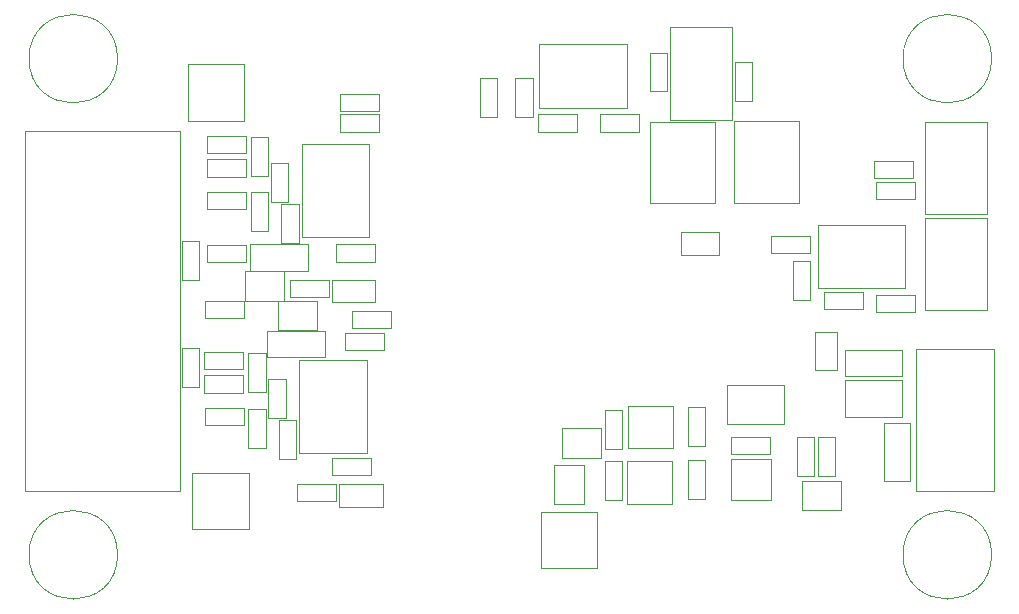
<source format=gbr>
G04 #@! TF.GenerationSoftware,KiCad,Pcbnew,(5.1.5-0)*
G04 #@! TF.CreationDate,2021-11-01T14:26:59-06:00*
G04 #@! TF.ProjectId,2ch-ads,3263682d-6164-4732-9e6b-696361645f70,rev?*
G04 #@! TF.SameCoordinates,Original*
G04 #@! TF.FileFunction,Other,User*
%FSLAX46Y46*%
G04 Gerber Fmt 4.6, Leading zero omitted, Abs format (unit mm)*
G04 Created by KiCad (PCBNEW (5.1.5-0)) date 2021-11-01 14:26:59*
%MOMM*%
%LPD*%
G04 APERTURE LIST*
%ADD10C,0.050000*%
G04 APERTURE END LIST*
D10*
X119590000Y-82000000D02*
X122890000Y-82000000D01*
X119590000Y-83460000D02*
X119590000Y-82000000D01*
X122890000Y-83460000D02*
X119590000Y-83460000D01*
X122890000Y-82000000D02*
X122890000Y-83460000D01*
X111987500Y-94730000D02*
X116887500Y-94730000D01*
X111987500Y-96970000D02*
X111987500Y-94730000D01*
X116887500Y-96970000D02*
X111987500Y-96970000D01*
X116887500Y-94730000D02*
X116887500Y-96970000D01*
X107680000Y-94400000D02*
X107680000Y-97700000D01*
X106220000Y-94400000D02*
X107680000Y-94400000D01*
X106220000Y-97700000D02*
X106220000Y-94400000D01*
X107680000Y-97700000D02*
X106220000Y-97700000D01*
X120575000Y-100320000D02*
X123875000Y-100320000D01*
X120575000Y-101780000D02*
X120575000Y-100320000D01*
X123875000Y-101780000D02*
X120575000Y-101780000D01*
X123875000Y-100320000D02*
X123875000Y-101780000D01*
X113412500Y-102030000D02*
X118312500Y-102030000D01*
X113412500Y-104270000D02*
X113412500Y-102030000D01*
X118312500Y-104270000D02*
X113412500Y-104270000D01*
X118312500Y-102030000D02*
X118312500Y-104270000D01*
X107680000Y-103500000D02*
X107680000Y-106800000D01*
X106220000Y-103500000D02*
X107680000Y-103500000D01*
X106220000Y-106800000D02*
X106220000Y-103500000D01*
X107680000Y-106800000D02*
X106220000Y-106800000D01*
X114800000Y-99500000D02*
X111500000Y-99500000D01*
X114800000Y-99500000D02*
X114800000Y-97000000D01*
X111500000Y-97000000D02*
X111500000Y-99500000D01*
X111500000Y-97000000D02*
X114800000Y-97000000D01*
X117650000Y-102000000D02*
X114350000Y-102000000D01*
X117650000Y-102000000D02*
X117650000Y-99500000D01*
X114350000Y-99500000D02*
X114350000Y-102000000D01*
X114350000Y-99500000D02*
X117650000Y-99500000D01*
X119575000Y-83720000D02*
X122875000Y-83720000D01*
X119575000Y-85180000D02*
X119575000Y-83720000D01*
X122875000Y-85180000D02*
X119575000Y-85180000D01*
X122875000Y-83720000D02*
X122875000Y-85180000D01*
X119975000Y-102220000D02*
X123275000Y-102220000D01*
X119975000Y-103680000D02*
X119975000Y-102220000D01*
X123275000Y-103680000D02*
X119975000Y-103680000D01*
X123275000Y-102220000D02*
X123275000Y-103680000D01*
X108125000Y-99520000D02*
X111425000Y-99520000D01*
X108125000Y-100980000D02*
X108125000Y-99520000D01*
X111425000Y-100980000D02*
X108125000Y-100980000D01*
X111425000Y-99520000D02*
X111425000Y-100980000D01*
X136450000Y-83150000D02*
X143850000Y-83150000D01*
X136450000Y-77750000D02*
X136450000Y-83150000D01*
X143850000Y-77750000D02*
X136450000Y-77750000D01*
X143850000Y-83150000D02*
X143850000Y-77750000D01*
X135880000Y-80675000D02*
X135880000Y-83975000D01*
X134420000Y-80675000D02*
X135880000Y-80675000D01*
X134420000Y-83975000D02*
X134420000Y-80675000D01*
X135880000Y-83975000D02*
X134420000Y-83975000D01*
X132880000Y-80675000D02*
X132880000Y-83975000D01*
X131420000Y-80675000D02*
X132880000Y-80675000D01*
X131420000Y-83975000D02*
X131420000Y-80675000D01*
X132880000Y-83975000D02*
X131420000Y-83975000D01*
X154480000Y-79275000D02*
X154480000Y-82575000D01*
X153020000Y-79275000D02*
X154480000Y-79275000D01*
X153020000Y-82575000D02*
X153020000Y-79275000D01*
X154480000Y-82575000D02*
X153020000Y-82575000D01*
X147280000Y-78475000D02*
X147280000Y-81775000D01*
X145820000Y-78475000D02*
X147280000Y-78475000D01*
X145820000Y-81775000D02*
X145820000Y-78475000D01*
X147280000Y-81775000D02*
X145820000Y-81775000D01*
X152750000Y-84150000D02*
X152750000Y-76350000D01*
X147550000Y-84150000D02*
X152750000Y-84150000D01*
X147550000Y-76350000D02*
X147550000Y-84150000D01*
X152750000Y-76350000D02*
X147550000Y-76350000D01*
X116350000Y-86200000D02*
X116350000Y-94100000D01*
X122050000Y-86200000D02*
X122050000Y-94100000D01*
X122050000Y-94100000D02*
X116350000Y-94100000D01*
X122050000Y-86200000D02*
X116350000Y-86200000D01*
X116150000Y-104500000D02*
X116150000Y-112400000D01*
X121850000Y-104500000D02*
X121850000Y-112400000D01*
X121850000Y-112400000D02*
X116150000Y-112400000D01*
X121850000Y-104500000D02*
X116150000Y-104500000D01*
X136375000Y-83720000D02*
X139675000Y-83720000D01*
X136375000Y-85180000D02*
X136375000Y-83720000D01*
X139675000Y-85180000D02*
X136375000Y-85180000D01*
X139675000Y-83720000D02*
X139675000Y-85180000D01*
X144925000Y-85180000D02*
X141625000Y-85180000D01*
X144925000Y-83720000D02*
X144925000Y-85180000D01*
X141625000Y-83720000D02*
X144925000Y-83720000D01*
X141625000Y-85180000D02*
X141625000Y-83720000D01*
X118650000Y-99180000D02*
X115350000Y-99180000D01*
X118650000Y-97720000D02*
X118650000Y-99180000D01*
X115350000Y-97720000D02*
X118650000Y-97720000D01*
X115350000Y-99180000D02*
X115350000Y-97720000D01*
X122575000Y-96180000D02*
X119275000Y-96180000D01*
X122575000Y-94720000D02*
X122575000Y-96180000D01*
X119275000Y-94720000D02*
X122575000Y-94720000D01*
X119275000Y-96180000D02*
X119275000Y-94720000D01*
X116080000Y-91325000D02*
X116080000Y-94625000D01*
X114620000Y-91325000D02*
X116080000Y-91325000D01*
X114620000Y-94625000D02*
X114620000Y-91325000D01*
X116080000Y-94625000D02*
X114620000Y-94625000D01*
X113720000Y-91125000D02*
X113720000Y-87825000D01*
X115180000Y-91125000D02*
X113720000Y-91125000D01*
X115180000Y-87825000D02*
X115180000Y-91125000D01*
X113720000Y-87825000D02*
X115180000Y-87825000D01*
X112020000Y-93625000D02*
X112020000Y-90325000D01*
X113480000Y-93625000D02*
X112020000Y-93625000D01*
X113480000Y-90325000D02*
X113480000Y-93625000D01*
X112020000Y-90325000D02*
X113480000Y-90325000D01*
X112020000Y-88925000D02*
X112020000Y-85625000D01*
X113480000Y-88925000D02*
X112020000Y-88925000D01*
X113480000Y-85625000D02*
X113480000Y-88925000D01*
X112020000Y-85625000D02*
X113480000Y-85625000D01*
X119225000Y-116480000D02*
X115925000Y-116480000D01*
X119225000Y-115020000D02*
X119225000Y-116480000D01*
X115925000Y-115020000D02*
X119225000Y-115020000D01*
X115925000Y-116480000D02*
X115925000Y-115020000D01*
X122225000Y-114280000D02*
X118925000Y-114280000D01*
X122225000Y-112820000D02*
X122225000Y-114280000D01*
X118925000Y-112820000D02*
X122225000Y-112820000D01*
X118925000Y-114280000D02*
X118925000Y-112820000D01*
X115880000Y-109625000D02*
X115880000Y-112925000D01*
X114420000Y-109625000D02*
X115880000Y-109625000D01*
X114420000Y-112925000D02*
X114420000Y-109625000D01*
X115880000Y-112925000D02*
X114420000Y-112925000D01*
X113520000Y-109425000D02*
X113520000Y-106125000D01*
X114980000Y-109425000D02*
X113520000Y-109425000D01*
X114980000Y-106125000D02*
X114980000Y-109425000D01*
X113520000Y-106125000D02*
X114980000Y-106125000D01*
X111820000Y-111925000D02*
X111820000Y-108625000D01*
X113280000Y-111925000D02*
X111820000Y-111925000D01*
X113280000Y-108625000D02*
X113280000Y-111925000D01*
X111820000Y-108625000D02*
X113280000Y-108625000D01*
X111820000Y-107225000D02*
X111820000Y-103925000D01*
X113280000Y-107225000D02*
X111820000Y-107225000D01*
X113280000Y-103925000D02*
X113280000Y-107225000D01*
X111820000Y-103925000D02*
X113280000Y-103925000D01*
X157212500Y-109900000D02*
X152312500Y-109900000D01*
X157212500Y-106600000D02*
X157212500Y-109900000D01*
X152312500Y-106600000D02*
X157212500Y-106600000D01*
X152312500Y-109900000D02*
X152312500Y-106600000D01*
X136560000Y-122140000D02*
X136560000Y-117360000D01*
X141340000Y-122140000D02*
X141340000Y-117360000D01*
X136560000Y-117360000D02*
X141340000Y-117360000D01*
X136560000Y-122140000D02*
X141340000Y-122140000D01*
X164925000Y-89420000D02*
X168225000Y-89420000D01*
X164925000Y-90880000D02*
X164925000Y-89420000D01*
X168225000Y-90880000D02*
X164925000Y-90880000D01*
X168225000Y-89420000D02*
X168225000Y-90880000D01*
X164800000Y-87620000D02*
X168100000Y-87620000D01*
X164800000Y-89080000D02*
X164800000Y-87620000D01*
X168100000Y-89080000D02*
X164800000Y-89080000D01*
X168100000Y-87620000D02*
X168100000Y-89080000D01*
X140200000Y-113400000D02*
X140200000Y-116700000D01*
X140200000Y-113400000D02*
X137700000Y-113400000D01*
X137700000Y-116700000D02*
X140200000Y-116700000D01*
X137700000Y-116700000D02*
X137700000Y-113400000D01*
X141700000Y-112800000D02*
X138400000Y-112800000D01*
X141700000Y-112800000D02*
X141700000Y-110300000D01*
X138400000Y-110300000D02*
X138400000Y-112800000D01*
X138400000Y-110300000D02*
X141700000Y-110300000D01*
X106690000Y-84270000D02*
X106690000Y-79490000D01*
X111470000Y-84270000D02*
X111470000Y-79490000D01*
X106690000Y-79490000D02*
X111470000Y-79490000D01*
X106690000Y-84270000D02*
X111470000Y-84270000D01*
X107060000Y-118840000D02*
X107060000Y-114060000D01*
X111840000Y-118840000D02*
X111840000Y-114060000D01*
X107060000Y-114060000D02*
X111840000Y-114060000D01*
X107060000Y-118840000D02*
X111840000Y-118840000D01*
X160600000Y-98720000D02*
X163900000Y-98720000D01*
X160600000Y-100180000D02*
X160600000Y-98720000D01*
X163900000Y-100180000D02*
X160600000Y-100180000D01*
X163900000Y-98720000D02*
X163900000Y-100180000D01*
X168275000Y-100480000D02*
X164975000Y-100480000D01*
X168275000Y-99020000D02*
X168275000Y-100480000D01*
X164975000Y-99020000D02*
X168275000Y-99020000D01*
X164975000Y-100480000D02*
X164975000Y-99020000D01*
X160050000Y-98450000D02*
X167450000Y-98450000D01*
X160050000Y-93050000D02*
X160050000Y-98450000D01*
X167450000Y-93050000D02*
X160050000Y-93050000D01*
X167450000Y-98450000D02*
X167450000Y-93050000D01*
X147750000Y-108400000D02*
X147750000Y-112000000D01*
X143950000Y-108400000D02*
X147750000Y-108400000D01*
X143950000Y-112000000D02*
X143950000Y-108400000D01*
X147750000Y-112000000D02*
X143950000Y-112000000D01*
X147650000Y-113060000D02*
X147650000Y-116660000D01*
X143850000Y-113060000D02*
X147650000Y-113060000D01*
X143850000Y-116660000D02*
X143850000Y-113060000D01*
X147650000Y-116660000D02*
X143850000Y-116660000D01*
X152725000Y-111020000D02*
X156025000Y-111020000D01*
X152725000Y-112480000D02*
X152725000Y-111020000D01*
X156025000Y-112480000D02*
X152725000Y-112480000D01*
X156025000Y-111020000D02*
X156025000Y-112480000D01*
X162300000Y-106170000D02*
X167200000Y-106170000D01*
X162300000Y-109330000D02*
X162300000Y-106170000D01*
X167200000Y-109330000D02*
X162300000Y-109330000D01*
X167200000Y-106170000D02*
X167200000Y-109330000D01*
X169150000Y-100280000D02*
X174350000Y-100280000D01*
X174350000Y-100280000D02*
X174350000Y-92480000D01*
X174350000Y-92480000D02*
X169150000Y-92480000D01*
X169150000Y-92480000D02*
X169150000Y-100280000D01*
X174350000Y-84350000D02*
X169150000Y-84350000D01*
X169150000Y-84350000D02*
X169150000Y-92150000D01*
X169150000Y-92150000D02*
X174350000Y-92150000D01*
X174350000Y-92150000D02*
X174350000Y-84350000D01*
X143480000Y-108725000D02*
X143480000Y-112025000D01*
X142020000Y-108725000D02*
X143480000Y-108725000D01*
X142020000Y-112025000D02*
X142020000Y-108725000D01*
X143480000Y-112025000D02*
X142020000Y-112025000D01*
X143480000Y-113100000D02*
X143480000Y-116400000D01*
X142020000Y-113100000D02*
X143480000Y-113100000D01*
X142020000Y-116400000D02*
X142020000Y-113100000D01*
X143480000Y-116400000D02*
X142020000Y-116400000D01*
X150480000Y-112975000D02*
X150480000Y-116275000D01*
X149020000Y-112975000D02*
X150480000Y-112975000D01*
X149020000Y-116275000D02*
X149020000Y-112975000D01*
X150480000Y-116275000D02*
X149020000Y-116275000D01*
X150480000Y-108475000D02*
X150480000Y-111775000D01*
X149020000Y-108475000D02*
X150480000Y-108475000D01*
X149020000Y-111775000D02*
X149020000Y-108475000D01*
X150480000Y-111775000D02*
X149020000Y-111775000D01*
X167870000Y-109812500D02*
X167870000Y-114712500D01*
X165630000Y-109812500D02*
X167870000Y-109812500D01*
X165630000Y-114712500D02*
X165630000Y-109812500D01*
X167870000Y-114712500D02*
X165630000Y-114712500D01*
X167200000Y-105870000D02*
X162300000Y-105870000D01*
X167200000Y-103630000D02*
X167200000Y-105870000D01*
X162300000Y-103630000D02*
X167200000Y-103630000D01*
X162300000Y-105870000D02*
X162300000Y-103630000D01*
X159405000Y-96150000D02*
X159405000Y-99450000D01*
X157945000Y-96150000D02*
X159405000Y-96150000D01*
X157945000Y-99450000D02*
X157945000Y-96150000D01*
X159405000Y-99450000D02*
X157945000Y-99450000D01*
X159400000Y-95480000D02*
X156100000Y-95480000D01*
X159400000Y-94020000D02*
X159400000Y-95480000D01*
X156100000Y-94020000D02*
X159400000Y-94020000D01*
X156100000Y-95480000D02*
X156100000Y-94020000D01*
X174970000Y-115580000D02*
X168370000Y-115580000D01*
X168370000Y-103550000D02*
X168370000Y-115580000D01*
X174970000Y-103550000D02*
X168370000Y-103550000D01*
X174970000Y-103550000D02*
X174970000Y-115580000D01*
X152650000Y-116400000D02*
X152650000Y-112900000D01*
X156050000Y-116400000D02*
X152650000Y-116400000D01*
X156050000Y-112900000D02*
X156050000Y-116400000D01*
X152650000Y-112900000D02*
X156050000Y-112900000D01*
X158700000Y-114750000D02*
X162000000Y-114750000D01*
X158700000Y-114750000D02*
X158700000Y-117250000D01*
X162000000Y-117250000D02*
X162000000Y-114750000D01*
X162000000Y-117250000D02*
X158700000Y-117250000D01*
X152950000Y-91200000D02*
X152950000Y-84300000D01*
X158450000Y-91200000D02*
X152950000Y-91200000D01*
X158450000Y-84300000D02*
X158450000Y-91200000D01*
X152950000Y-84300000D02*
X158450000Y-84300000D01*
X145850000Y-91250000D02*
X145850000Y-84350000D01*
X151350000Y-91250000D02*
X145850000Y-91250000D01*
X151350000Y-84350000D02*
X151350000Y-91250000D01*
X145850000Y-84350000D02*
X151350000Y-84350000D01*
X159800000Y-105350000D02*
X161700000Y-105350000D01*
X161700000Y-105350000D02*
X161700000Y-102150000D01*
X159800000Y-102150000D02*
X161700000Y-102150000D01*
X159800000Y-105350000D02*
X159800000Y-102150000D01*
X151650000Y-95600000D02*
X151650000Y-93700000D01*
X151650000Y-93700000D02*
X148450000Y-93700000D01*
X148450000Y-95600000D02*
X148450000Y-93700000D01*
X151650000Y-95600000D02*
X148450000Y-95600000D01*
X160070000Y-114300000D02*
X160070000Y-111000000D01*
X161530000Y-114300000D02*
X160070000Y-114300000D01*
X161530000Y-111000000D02*
X161530000Y-114300000D01*
X160070000Y-111000000D02*
X161530000Y-111000000D01*
X158270000Y-114300000D02*
X158270000Y-111000000D01*
X159730000Y-114300000D02*
X158270000Y-114300000D01*
X159730000Y-111000000D02*
X159730000Y-114300000D01*
X158270000Y-111000000D02*
X159730000Y-111000000D01*
X118875000Y-97700000D02*
X122575000Y-97700000D01*
X118875000Y-99600000D02*
X118875000Y-97700000D01*
X122575000Y-99600000D02*
X118875000Y-99600000D01*
X122575000Y-97700000D02*
X122575000Y-99600000D01*
X119525000Y-115025000D02*
X123225000Y-115025000D01*
X119525000Y-116925000D02*
X119525000Y-115025000D01*
X123225000Y-116925000D02*
X119525000Y-116925000D01*
X123225000Y-115025000D02*
X123225000Y-116925000D01*
X108318000Y-90270000D02*
X111618000Y-90270000D01*
X108318000Y-91730000D02*
X108318000Y-90270000D01*
X111618000Y-91730000D02*
X108318000Y-91730000D01*
X111618000Y-90270000D02*
X111618000Y-91730000D01*
X108286000Y-87520000D02*
X111586000Y-87520000D01*
X108286000Y-88980000D02*
X108286000Y-87520000D01*
X111586000Y-88980000D02*
X108286000Y-88980000D01*
X111586000Y-87520000D02*
X111586000Y-88980000D01*
X111618000Y-96230000D02*
X108318000Y-96230000D01*
X111618000Y-94770000D02*
X111618000Y-96230000D01*
X108318000Y-94770000D02*
X111618000Y-94770000D01*
X108318000Y-96230000D02*
X108318000Y-94770000D01*
X108118000Y-108570000D02*
X111418000Y-108570000D01*
X108118000Y-110030000D02*
X108118000Y-108570000D01*
X111418000Y-110030000D02*
X108118000Y-110030000D01*
X111418000Y-108570000D02*
X111418000Y-110030000D01*
X108086000Y-105820000D02*
X111386000Y-105820000D01*
X108086000Y-107280000D02*
X108086000Y-105820000D01*
X111386000Y-107280000D02*
X108086000Y-107280000D01*
X111386000Y-105820000D02*
X111386000Y-107280000D01*
X111400000Y-105280000D02*
X108100000Y-105280000D01*
X111400000Y-103820000D02*
X111400000Y-105280000D01*
X108100000Y-103820000D02*
X111400000Y-103820000D01*
X108100000Y-105280000D02*
X108100000Y-103820000D01*
X111650000Y-86980000D02*
X108350000Y-86980000D01*
X111650000Y-85520000D02*
X111650000Y-86980000D01*
X108350000Y-85520000D02*
X111650000Y-85520000D01*
X108350000Y-86980000D02*
X108350000Y-85520000D01*
X106043000Y-85091000D02*
X106043000Y-115571000D01*
X106043000Y-85091000D02*
X92873000Y-85091000D01*
X92873000Y-115571000D02*
X106043000Y-115571000D01*
X92873000Y-115571000D02*
X92873000Y-85091000D01*
X100750000Y-79000000D02*
G75*
G03X100750000Y-79000000I-3750000J0D01*
G01*
X174750000Y-79000000D02*
G75*
G03X174750000Y-79000000I-3750000J0D01*
G01*
X100750000Y-121000000D02*
G75*
G03X100750000Y-121000000I-3750000J0D01*
G01*
X174750000Y-121000000D02*
G75*
G03X174750000Y-121000000I-3750000J0D01*
G01*
M02*

</source>
